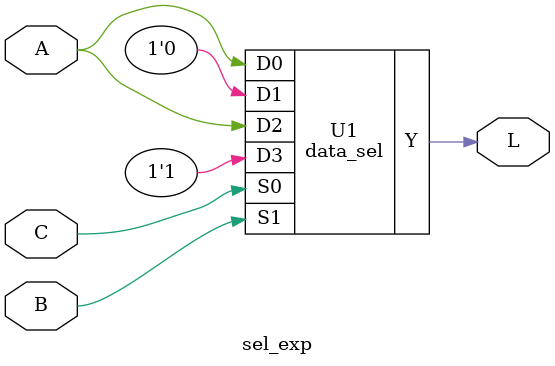
<source format=v>
`timescale 1ns/1ns

module data_sel(
   input             S0     ,
   input             S1     ,
   input             D0     ,
   input             D1     ,
   input             D2     ,
   input             D3     ,
   
   output wire        Y    
);

assign Y = ~S1 & (~S0&D0 | S0&D1) | S1&(~S0&D2 | S0&D3);
     
endmodule

module sel_exp(
   input             A     ,
   input             B     ,
   input             C     ,
   
   output wire       L            
);

data_sel U1(
    .S1(B),
    .S0(C),
    .D3(1'b1),
    .D2(A),
    .D1(1'b0),
    .D0(A),
    .Y(L)
);

endmodule
</source>
